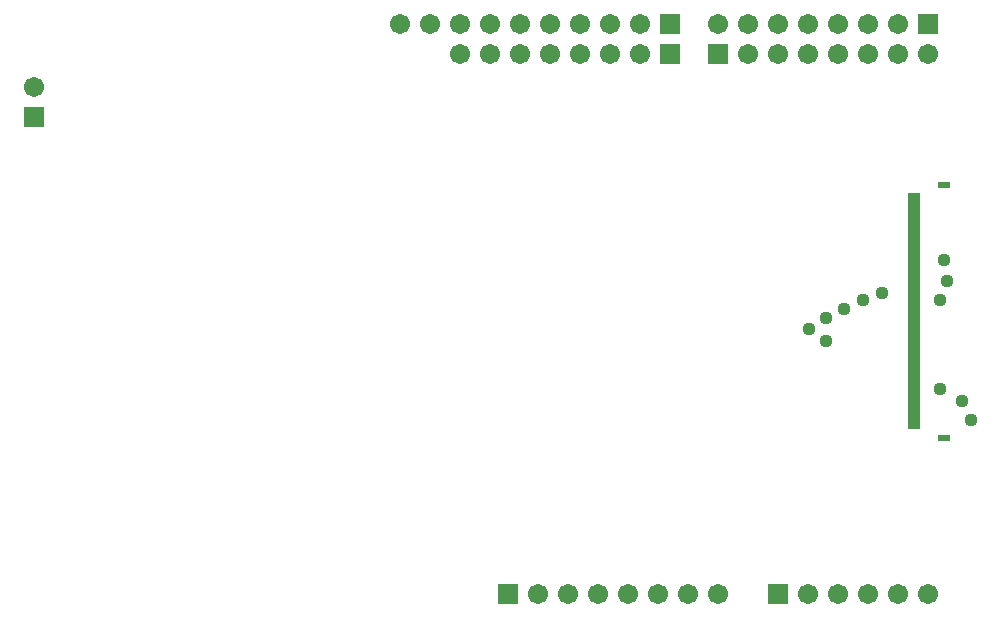
<source format=gts>
G04*
G04 #@! TF.GenerationSoftware,Altium Limited,Altium Designer,20.1.12 (249)*
G04*
G04 Layer_Color=8388736*
%FSLAX25Y25*%
%MOIN*%
G70*
G04*
G04 #@! TF.SameCoordinates,4F675399-67DD-4CB6-B460-1E4A0243881F*
G04*
G04*
G04 #@! TF.FilePolarity,Negative*
G04*
G01*
G75*
%ADD14R,0.03950X0.02375*%
%ADD15R,0.03950X0.01981*%
%ADD16R,0.06706X0.06706*%
%ADD17C,0.06706*%
%ADD18R,0.06706X0.06706*%
%ADD19C,0.04400*%
D14*
X606343Y355953D02*
D03*
Y271701D02*
D03*
D15*
X596500Y275441D02*
D03*
Y277409D02*
D03*
Y279378D02*
D03*
Y281346D02*
D03*
Y283315D02*
D03*
Y285283D02*
D03*
Y287252D02*
D03*
Y289220D02*
D03*
Y291189D02*
D03*
Y293157D02*
D03*
Y295126D02*
D03*
Y297094D02*
D03*
Y299063D02*
D03*
Y301031D02*
D03*
Y303000D02*
D03*
Y304969D02*
D03*
Y306937D02*
D03*
Y308906D02*
D03*
Y310874D02*
D03*
Y312843D02*
D03*
Y314811D02*
D03*
Y316780D02*
D03*
Y318748D02*
D03*
Y320717D02*
D03*
Y322685D02*
D03*
Y324654D02*
D03*
Y326622D02*
D03*
Y328591D02*
D03*
Y330559D02*
D03*
Y332528D02*
D03*
Y334496D02*
D03*
Y336465D02*
D03*
Y338433D02*
D03*
Y340402D02*
D03*
Y342370D02*
D03*
Y344339D02*
D03*
Y346307D02*
D03*
Y348276D02*
D03*
Y350244D02*
D03*
Y352213D02*
D03*
D16*
X515000Y409500D02*
D03*
X531000Y399500D02*
D03*
X601000Y409500D02*
D03*
X461000Y219500D02*
D03*
X551000D02*
D03*
X515000Y399500D02*
D03*
D17*
X505000Y409500D02*
D03*
X485000D02*
D03*
X475000D02*
D03*
X465000D02*
D03*
X455000D02*
D03*
X445000D02*
D03*
X435000D02*
D03*
X425000D02*
D03*
X495000D02*
D03*
X541000Y399500D02*
D03*
X551000D02*
D03*
X561000D02*
D03*
X571000D02*
D03*
X581000D02*
D03*
X591000D02*
D03*
X601000D02*
D03*
X531000Y409500D02*
D03*
X541000D02*
D03*
X551000D02*
D03*
X561000D02*
D03*
X571000D02*
D03*
X581000D02*
D03*
X591000D02*
D03*
X531000Y219500D02*
D03*
X521000D02*
D03*
X511000D02*
D03*
X501000D02*
D03*
X491000D02*
D03*
X481000D02*
D03*
X471000D02*
D03*
X601000D02*
D03*
X591000D02*
D03*
X581000D02*
D03*
X571000D02*
D03*
X561000D02*
D03*
X505000Y399500D02*
D03*
X495000D02*
D03*
X485000D02*
D03*
X475000D02*
D03*
X465000D02*
D03*
X455000D02*
D03*
X445000D02*
D03*
X303000Y388500D02*
D03*
D18*
Y378500D02*
D03*
D19*
X615500Y277500D02*
D03*
X612500Y284015D02*
D03*
X605000Y288000D02*
D03*
X561500Y308000D02*
D03*
X579490Y317500D02*
D03*
X606500Y331000D02*
D03*
X573000Y314500D02*
D03*
X605030Y317500D02*
D03*
X607500Y324000D02*
D03*
X567000Y311500D02*
D03*
X585625Y320000D02*
D03*
X567000Y304000D02*
D03*
M02*

</source>
